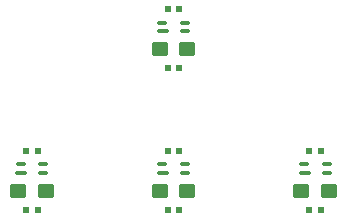
<source format=gbp>
G04*
G04 #@! TF.GenerationSoftware,Altium Limited,Altium Designer,19.1.8 (144)*
G04*
G04 Layer_Color=128*
%FSAX43Y43*%
%MOMM*%
G71*
G01*
G75*
G04:AMPARAMS|DCode=18|XSize=0.55mm|YSize=0.55mm|CornerRadius=0.095mm|HoleSize=0mm|Usage=FLASHONLY|Rotation=0.000|XOffset=0mm|YOffset=0mm|HoleType=Round|Shape=RoundedRectangle|*
%AMROUNDEDRECTD18*
21,1,0.550,0.360,0,0,0.0*
21,1,0.360,0.550,0,0,0.0*
1,1,0.190,0.180,-0.180*
1,1,0.190,-0.180,-0.180*
1,1,0.190,-0.180,0.180*
1,1,0.190,0.180,0.180*
%
%ADD18ROUNDEDRECTD18*%
G04:AMPARAMS|DCode=48|XSize=1.2mm|YSize=1.3mm|CornerRadius=0.1mm|HoleSize=0mm|Usage=FLASHONLY|Rotation=90.000|XOffset=0mm|YOffset=0mm|HoleType=Round|Shape=RoundedRectangle|*
%AMROUNDEDRECTD48*
21,1,1.200,1.100,0,0,90.0*
21,1,1.000,1.300,0,0,90.0*
1,1,0.200,0.550,0.500*
1,1,0.200,0.550,-0.500*
1,1,0.200,-0.550,-0.500*
1,1,0.200,-0.550,0.500*
%
%ADD48ROUNDEDRECTD48*%
G04:AMPARAMS|DCode=49|XSize=0.95mm|YSize=0.3mm|CornerRadius=0.063mm|HoleSize=0mm|Usage=FLASHONLY|Rotation=0.000|XOffset=0mm|YOffset=0mm|HoleType=Round|Shape=RoundedRectangle|*
%AMROUNDEDRECTD49*
21,1,0.950,0.175,0,0,0.0*
21,1,0.825,0.300,0,0,0.0*
1,1,0.125,0.413,-0.088*
1,1,0.125,-0.413,-0.088*
1,1,0.125,-0.413,0.088*
1,1,0.125,0.413,0.088*
%
%ADD49ROUNDEDRECTD49*%
G04:AMPARAMS|DCode=50|XSize=0.85mm|YSize=0.3mm|CornerRadius=0.063mm|HoleSize=0mm|Usage=FLASHONLY|Rotation=0.000|XOffset=0mm|YOffset=0mm|HoleType=Round|Shape=RoundedRectangle|*
%AMROUNDEDRECTD50*
21,1,0.850,0.175,0,0,0.0*
21,1,0.725,0.300,0,0,0.0*
1,1,0.125,0.363,-0.088*
1,1,0.125,-0.363,-0.088*
1,1,0.125,-0.363,0.088*
1,1,0.125,0.363,0.088*
%
%ADD50ROUNDEDRECTD50*%
D18*
X0102500Y0066500D02*
D03*
X0103500D02*
D03*
X0102500Y0061500D02*
D03*
X0103500D02*
D03*
X0114500Y0066500D02*
D03*
X0115500D02*
D03*
X0114500Y0061500D02*
D03*
X0115500D02*
D03*
X0114500Y0078500D02*
D03*
X0115500D02*
D03*
X0114500Y0073500D02*
D03*
X0115500Y0073500D02*
D03*
X0127500Y0061500D02*
D03*
X0126500D02*
D03*
X0127500Y0066500D02*
D03*
X0126500D02*
D03*
D48*
X0104175Y0063100D02*
D03*
X0101825D02*
D03*
X0116175D02*
D03*
X0113825D02*
D03*
X0116175Y0075100D02*
D03*
X0113825D02*
D03*
X0128175Y0063100D02*
D03*
X0125825D02*
D03*
D49*
X0102100Y0064650D02*
D03*
X0114100Y0064650D02*
D03*
Y0076650D02*
D03*
X0126100Y0064650D02*
D03*
D50*
X0102050Y0065350D02*
D03*
X0103950D02*
D03*
Y0064650D02*
D03*
X0114050Y0065350D02*
D03*
X0115950D02*
D03*
Y0064650D02*
D03*
X0114050Y0077350D02*
D03*
X0115950D02*
D03*
Y0076650D02*
D03*
X0126050Y0065350D02*
D03*
X0127950D02*
D03*
Y0064650D02*
D03*
M02*

</source>
